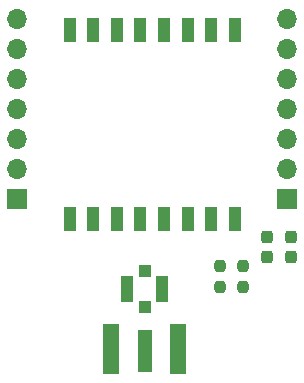
<source format=gts>
G04 #@! TF.GenerationSoftware,KiCad,Pcbnew,6.0.7+dfsg-1build1*
G04 #@! TF.CreationDate,2022-12-04T12:17:57+01:00*
G04 #@! TF.ProjectId,rfm9xw,72666d39-7877-42e6-9b69-6361645f7063,1*
G04 #@! TF.SameCoordinates,Original*
G04 #@! TF.FileFunction,Soldermask,Top*
G04 #@! TF.FilePolarity,Negative*
%FSLAX46Y46*%
G04 Gerber Fmt 4.6, Leading zero omitted, Abs format (unit mm)*
G04 Created by KiCad (PCBNEW 6.0.7+dfsg-1build1) date 2022-12-04 12:17:57*
%MOMM*%
%LPD*%
G01*
G04 APERTURE LIST*
G04 Aperture macros list*
%AMRoundRect*
0 Rectangle with rounded corners*
0 $1 Rounding radius*
0 $2 $3 $4 $5 $6 $7 $8 $9 X,Y pos of 4 corners*
0 Add a 4 corners polygon primitive as box body*
4,1,4,$2,$3,$4,$5,$6,$7,$8,$9,$2,$3,0*
0 Add four circle primitives for the rounded corners*
1,1,$1+$1,$2,$3*
1,1,$1+$1,$4,$5*
1,1,$1+$1,$6,$7*
1,1,$1+$1,$8,$9*
0 Add four rect primitives between the rounded corners*
20,1,$1+$1,$2,$3,$4,$5,0*
20,1,$1+$1,$4,$5,$6,$7,0*
20,1,$1+$1,$6,$7,$8,$9,0*
20,1,$1+$1,$8,$9,$2,$3,0*%
G04 Aperture macros list end*
%ADD10RoundRect,0.237500X-0.237500X0.300000X-0.237500X-0.300000X0.237500X-0.300000X0.237500X0.300000X0*%
%ADD11R,1.270000X3.600000*%
%ADD12R,1.350000X4.200000*%
%ADD13R,1.000000X2.000000*%
%ADD14RoundRect,0.237500X-0.237500X0.250000X-0.237500X-0.250000X0.237500X-0.250000X0.237500X0.250000X0*%
%ADD15R,1.000000X1.000000*%
%ADD16R,1.050000X2.200000*%
%ADD17R,1.700000X1.700000*%
%ADD18O,1.700000X1.700000*%
G04 APERTURE END LIST*
D10*
X112710000Y-66552500D03*
X112710000Y-68277500D03*
D11*
X100365000Y-76250000D03*
D12*
X97540000Y-76050000D03*
X103190000Y-76050000D03*
D13*
X108000000Y-49000000D03*
X106000000Y-49000000D03*
X104000000Y-49000000D03*
X102000000Y-49000000D03*
X100000000Y-49000000D03*
X98000000Y-49000000D03*
X96000000Y-49000000D03*
X94000000Y-49000000D03*
X94000000Y-65000000D03*
X96000000Y-65000000D03*
X98000000Y-65000000D03*
X100000000Y-65000000D03*
X102000000Y-65000000D03*
X104000000Y-65000000D03*
X106000000Y-65000000D03*
X108000000Y-65000000D03*
D14*
X108710000Y-68985000D03*
X108710000Y-70810000D03*
D10*
X110710000Y-66552500D03*
X110710000Y-68277500D03*
D14*
X106710000Y-69002500D03*
X106710000Y-70827500D03*
D15*
X100365000Y-72470000D03*
D16*
X98890000Y-70970000D03*
D15*
X100365000Y-69470000D03*
D16*
X101840000Y-70970000D03*
D17*
X112430000Y-63315000D03*
D18*
X112430000Y-60775000D03*
X112430000Y-58235000D03*
X112430000Y-55695000D03*
X112430000Y-53155000D03*
X112430000Y-50615000D03*
X112430000Y-48075000D03*
D17*
X89570000Y-63315000D03*
D18*
X89570000Y-60775000D03*
X89570000Y-58235000D03*
X89570000Y-55695000D03*
X89570000Y-53155000D03*
X89570000Y-50615000D03*
X89570000Y-48075000D03*
M02*

</source>
